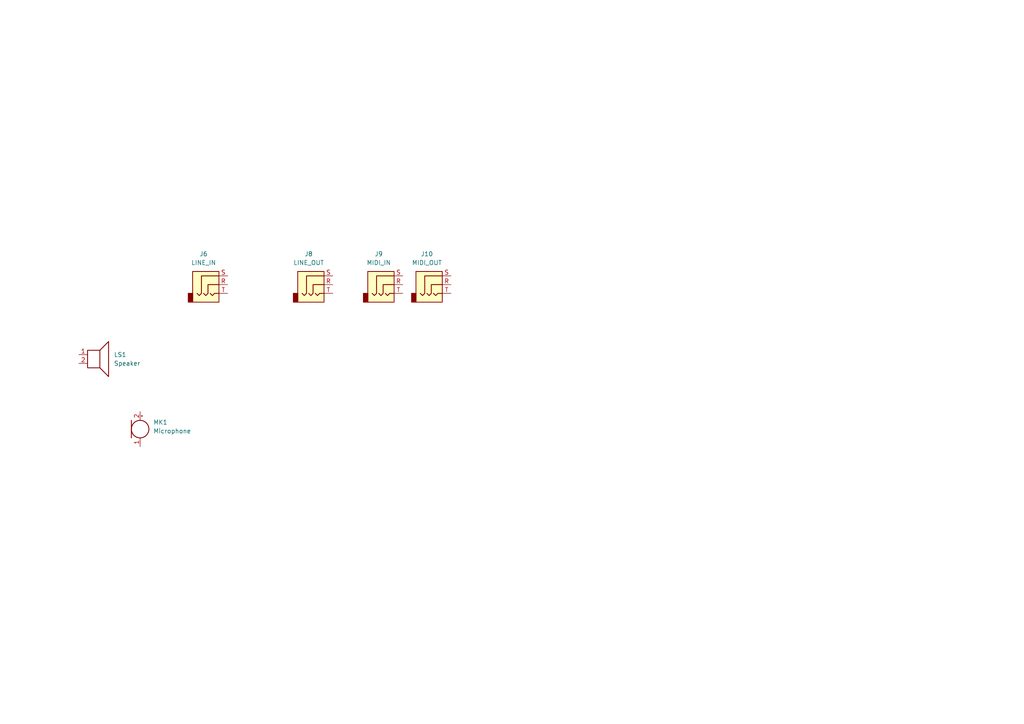
<source format=kicad_sch>
(kicad_sch (version 20250114) (generator "eeschema") (generator_version "9.0")
  (paper "A4")
  (lib_symbols
    (symbol "Connector_Audio:AudioJack3"
      (property "Reference" "J" (at 0 8.89 0))
      (property "Value" "AudioJack3" (at 0 6.35 0))
      (symbol "AudioJack3_0_1"
        (rectangle (start -5.08 -5.08) (end -6.35 -2.54) (stroke (width 0.254)) (fill (type outline)))
        (polyline (pts (xy -1.905 -2.54) (xy -1.27 -3.175) (xy -0.635 -2.54) (xy -0.635 0) (xy 2.54 0)) (stroke (width 0.254)))
        (polyline (pts (xy 0 -2.54) (xy 0.635 -3.175) (xy 1.27 -2.54) (xy 2.54 -2.54)) (stroke (width 0.254)))
        (rectangle (start 2.54 3.81) (end -5.08 -5.08) (stroke (width 0.254)) (fill (type background)))
        (polyline (pts (xy 2.54 2.54) (xy -2.54 2.54) (xy -2.54 -2.54) (xy -3.175 -3.175) (xy -3.81 -2.54)) (stroke (width 0.254)))
      )
      (symbol "AudioJack3_1_1"
        (pin passive line (at 5.08 2.54 180) (length 2.54) (name "~") (number "S"))
        (pin passive line (at 5.08 0 180) (length 2.54) (name "~") (number "R"))
        (pin passive line (at 5.08 -2.54 180) (length 2.54) (name "~") (number "T"))
      )
    )
    (symbol "Device:Microphone" (pin_names (offset 0.0254) (hide yes))
      (property "Reference" "MK" (at -3.81 1.27 0))
      (property "Value" "Microphone" (at -3.81 -0.635 0))
      (symbol "Microphone_0_1"
        (polyline (pts (xy -2.54 2.54) (xy -2.54 -2.54)) (stroke (width 0.254)))
        (circle (center 0 0) (radius 2.54) (stroke (width 0.254)))
        (polyline (pts (xy 0.254 3.81) (xy 0.762 3.81)))
        (polyline (pts (xy 0.508 4.064) (xy 0.508 3.556)))
      )
      (symbol "Microphone_1_1"
        (pin passive line (at 0 5.08 270) (length 2.54) (name "+") (number "2"))
        (pin passive line (at 0 -5.08 90) (length 2.54) (name "-") (number "1"))
      )
    )
    (symbol "Device:Speaker" (pin_names (offset 0) (hide yes))
      (property "Reference" "LS" (at 1.27 5.715 0))
      (property "Value" "Speaker" (at 1.27 3.81 0))
      (symbol "Speaker_0_0"
        (rectangle (start -2.54 1.27) (end 1.016 -3.81) (stroke (width 0.254)))
        (polyline (pts (xy 1.016 1.27) (xy 3.556 3.81) (xy 3.556 -6.35) (xy 1.016 -3.81)) (stroke (width 0.254)))
      )
      (symbol "Speaker_1_1"
        (pin input line (at -5.08 0 0) (length 2.54) (name "1") (number "1"))
        (pin input line (at -5.08 -2.54 0) (length 2.54) (name "2") (number "2"))
      )
    )
  )
  (symbol (lib_id "Device:Microphone") (at 40.64 124.46 0) (unit 1)
    (property "Reference" "MK1" (at 44.45 122.4914 0) (effects (justify left)))
    (property "Value" "Microphone" (at 44.45 125.0314 0) (effects (justify left)))
    (property "Description" "Microphone" (effects (hide yes)))
  )
  (symbol (lib_id "Connector_Audio:AudioJack3") (at 125.73 82.55 0) (unit 1)
    (property "Reference" "J10" (at 123.825 73.66 0))
    (property "Value" "MIDI_OUT" (at 123.825 76.2 0))
    (property "Footprint" "Connector_Audio:Jack_3.5mm_CUI_SJ-3523-SMT_Horizontal" (effects (hide yes)))
    (property "Description" "Audio Jack, 3 Poles (Stereo / TRS)" (effects (hide yes)))
  )
  (symbol (lib_id "Connector_Audio:AudioJack3") (at 91.44 82.55 0) (unit 1)
    (property "Reference" "J8" (at 89.535 73.66 0))
    (property "Value" "LINE_OUT" (at 89.535 76.2 0))
    (property "Footprint" "Connector_Audio:Jack_3.5mm_CUI_SJ-3523-SMT_Horizontal" (effects (hide yes)))
    (property "Description" "Audio Jack, 3 Poles (Stereo / TRS)" (effects (hide yes)))
  )
  (symbol (lib_id "Connector_Audio:AudioJack3") (at 111.76 82.55 0) (unit 1)
    (property "Reference" "J9" (at 109.855 73.66 0))
    (property "Value" "MIDI_IN" (at 109.855 76.2 0))
    (property "Footprint" "Connector_Audio:Jack_3.5mm_CUI_SJ-3523-SMT_Horizontal" (effects (hide yes)))
    (property "Description" "Audio Jack, 3 Poles (Stereo / TRS)" (effects (hide yes)))
  )
  (symbol (lib_id "Device:Speaker") (at 27.94 102.87 0) (unit 1)
    (property "Reference" "LS1" (at 33.02 102.8699 0) (effects (justify left)))
    (property "Value" "Speaker" (at 33.02 105.4099 0) (effects (justify left)))
    (property "Description" "Speaker" (effects (hide yes)))
  )
  (symbol (lib_id "Connector_Audio:AudioJack3") (at 60.96 82.55 0) (unit 1)
    (property "Reference" "J6" (at 59.055 73.66 0))
    (property "Value" "LINE_IN" (at 59.055 76.2 0))
    (property "Footprint" "Connector_Audio:Jack_3.5mm_CUI_SJ-3523-SMT_Horizontal" (effects (hide yes)))
    (property "Description" "Audio Jack, 3 Poles (Stereo / TRS)" (effects (hide yes)))
  )
)
</source>
